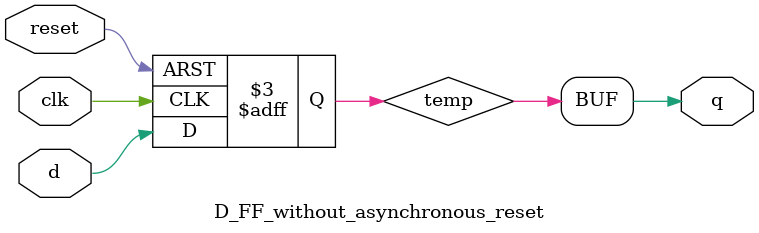
<source format=v>
module D_FF_without_asynchronous_reset (
    input wire d,
    input wire clk,
    input wire reset,
    output wire q
);
  reg temp;
  always @(posedge clk or negedge reset) begin
    if (!reset)
      temp <= 0;
    else
      temp <= d;
  end
  assign q = temp;
endmodule

</source>
